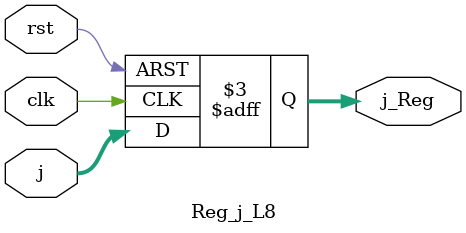
<source format=v>
module Reg_j_L8(j_Reg,clk,rst,j);
output reg [1:0] j_Reg;
input clk,rst;
input [1:0] j;

always @ (posedge clk or negedge rst)
	begin
		if (!rst ) 
			j_Reg<=0; 
		else  
			j_Reg<=j; 
	end
endmodule

</source>
